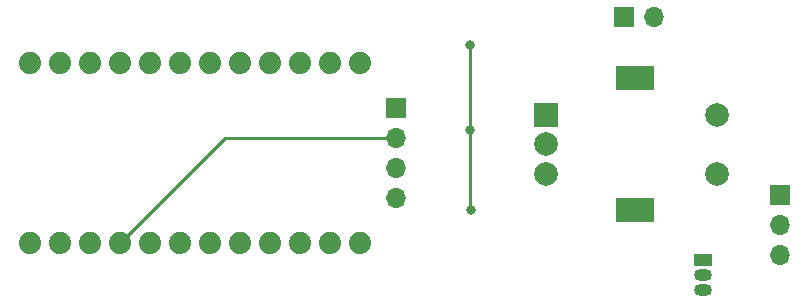
<source format=gbr>
%TF.GenerationSoftware,KiCad,Pcbnew,(6.0.4)*%
%TF.CreationDate,2022-04-25T14:33:06+01:00*%
%TF.ProjectId,CameraIntervalometer,43616d65-7261-4496-9e74-657276616c6f,rev?*%
%TF.SameCoordinates,Original*%
%TF.FileFunction,Copper,L2,Bot*%
%TF.FilePolarity,Positive*%
%FSLAX46Y46*%
G04 Gerber Fmt 4.6, Leading zero omitted, Abs format (unit mm)*
G04 Created by KiCad (PCBNEW (6.0.4)) date 2022-04-25 14:33:06*
%MOMM*%
%LPD*%
G01*
G04 APERTURE LIST*
%TA.AperFunction,ComponentPad*%
%ADD10R,2.000000X2.000000*%
%TD*%
%TA.AperFunction,ComponentPad*%
%ADD11C,2.000000*%
%TD*%
%TA.AperFunction,ComponentPad*%
%ADD12R,3.200000X2.000000*%
%TD*%
%TA.AperFunction,ComponentPad*%
%ADD13R,1.500000X1.050000*%
%TD*%
%TA.AperFunction,ComponentPad*%
%ADD14O,1.500000X1.050000*%
%TD*%
%TA.AperFunction,ComponentPad*%
%ADD15R,1.700000X1.700000*%
%TD*%
%TA.AperFunction,ComponentPad*%
%ADD16O,1.700000X1.700000*%
%TD*%
%TA.AperFunction,ComponentPad*%
%ADD17C,1.879600*%
%TD*%
%TA.AperFunction,ViaPad*%
%ADD18C,0.800000*%
%TD*%
%TA.AperFunction,Conductor*%
%ADD19C,0.250000*%
%TD*%
G04 APERTURE END LIST*
D10*
%TO.P,SW1,A,A*%
%TO.N,Net-(C1-Pad1)*%
X160500000Y-78950000D03*
D11*
%TO.P,SW1,B,B*%
%TO.N,Net-(C2-Pad1)*%
X160500000Y-83950000D03*
%TO.P,SW1,C,C*%
%TO.N,GND*%
X160500000Y-81450000D03*
D12*
%TO.P,SW1,MP*%
%TO.N,N/C*%
X168000000Y-75850000D03*
X168000000Y-87050000D03*
D11*
%TO.P,SW1,S1,S1*%
%TO.N,GND*%
X175000000Y-83950000D03*
%TO.P,SW1,S2,S2*%
%TO.N,Net-(C3-Pad1)*%
X175000000Y-78950000D03*
%TD*%
D13*
%TO.P,Q1,1,C*%
%TO.N,Net-(J1-Pad1)*%
X173800000Y-91230000D03*
D14*
%TO.P,Q1,2,B*%
%TO.N,Net-(Q1-Pad2)*%
X173800000Y-92500000D03*
%TO.P,Q1,3,E*%
%TO.N,GND*%
X173800000Y-93770000D03*
%TD*%
D15*
%TO.P,J1,1,Pin_1*%
%TO.N,Net-(J1-Pad1)*%
X180300000Y-85760000D03*
D16*
%TO.P,J1,2,Pin_2*%
%TO.N,unconnected-(J1-Pad2)*%
X180300000Y-88300000D03*
%TO.P,J1,3,GND*%
%TO.N,GND*%
X180300000Y-90840000D03*
%TD*%
D15*
%TO.P,BT1,1,BAT+*%
%TO.N,Net-(B1-Pad24)*%
X167100000Y-70700000D03*
D16*
%TO.P,BT1,2,BAT-*%
%TO.N,GND*%
X169640000Y-70700000D03*
%TD*%
D15*
%TO.P,U1,1,GND*%
%TO.N,GND*%
X147795000Y-78425000D03*
D16*
%TO.P,U1,2,VCC*%
%TO.N,+5VD*%
X147795000Y-80965000D03*
%TO.P,U1,3,SCL*%
%TO.N,/SCL*%
X147795000Y-83505000D03*
%TO.P,U1,4,SDA*%
%TO.N,/SDA*%
X147795000Y-86045000D03*
%TD*%
D17*
%TO.P,B1,1,TXO*%
%TO.N,Net-(B1-Pad1)*%
X116835000Y-74580000D03*
%TO.P,B1,2,RXI*%
%TO.N,Net-(B1-Pad2)*%
X119375000Y-74580000D03*
%TO.P,B1,3,GND*%
%TO.N,GND*%
X121915000Y-74580000D03*
%TO.P,B1,4,GND*%
X124455000Y-74580000D03*
%TO.P,B1,5,2*%
%TO.N,/SDA*%
X126995000Y-74580000D03*
%TO.P,B1,6,\u002A3*%
%TO.N,/SCL*%
X129535000Y-74580000D03*
%TO.P,B1,7,4*%
%TO.N,unconnected-(B1-Pad7)*%
X132075000Y-74580000D03*
%TO.P,B1,8,\u002A5*%
%TO.N,unconnected-(B1-Pad8)*%
X134615000Y-74580000D03*
%TO.P,B1,9,\u002A6*%
%TO.N,unconnected-(B1-Pad9)*%
X137155000Y-74580000D03*
%TO.P,B1,10,7*%
%TO.N,unconnected-(B1-Pad10)*%
X139695000Y-74580000D03*
%TO.P,B1,11,8*%
%TO.N,unconnected-(B1-Pad11)*%
X142235000Y-74580000D03*
%TO.P,B1,12,\u002A9*%
%TO.N,unconnected-(B1-Pad12)*%
X144775000Y-74580000D03*
%TO.P,B1,13,\u002A10*%
%TO.N,Net-(C3-Pad1)*%
X144775000Y-89820000D03*
%TO.P,B1,14,11(MOSI)*%
%TO.N,unconnected-(B1-Pad14)*%
X142235000Y-89820000D03*
%TO.P,B1,15,12(MISO)*%
%TO.N,Net-(B1-Pad15)*%
X139695000Y-89820000D03*
%TO.P,B1,16,13(SCK)*%
%TO.N,unconnected-(B1-Pad16)*%
X137155000Y-89820000D03*
%TO.P,B1,17,A0*%
%TO.N,unconnected-(B1-Pad17)*%
X134615000Y-89820000D03*
%TO.P,B1,18,A1*%
%TO.N,unconnected-(B1-Pad18)*%
X132075000Y-89820000D03*
%TO.P,B1,19,A2*%
%TO.N,unconnected-(B1-Pad19)*%
X129535000Y-89820000D03*
%TO.P,B1,20,A3*%
%TO.N,unconnected-(B1-Pad20)*%
X126995000Y-89820000D03*
%TO.P,B1,21,VCC*%
%TO.N,+5VD*%
X124455000Y-89820000D03*
%TO.P,B1,22,RESET*%
%TO.N,unconnected-(B1-Pad22)*%
X121915000Y-89820000D03*
%TO.P,B1,23,GND*%
%TO.N,GND*%
X119375000Y-89820000D03*
%TO.P,B1,24,RAW*%
%TO.N,Net-(B1-Pad24)*%
X116835000Y-89820000D03*
%TD*%
D18*
%TO.N,Net-(C2-Pad1)*%
X154100000Y-87050000D03*
X154050000Y-80300000D03*
X154050000Y-73050000D03*
%TD*%
D19*
%TO.N,Net-(C2-Pad1)*%
X154050000Y-80300000D02*
X154050000Y-80350000D01*
%TO.N,+5VD*%
X133310000Y-80965000D02*
X147795000Y-80965000D01*
X124455000Y-89820000D02*
X133310000Y-80965000D01*
%TO.N,Net-(C2-Pad1)*%
X154050000Y-80350000D02*
X154050000Y-86700000D01*
X154050000Y-73050000D02*
X154050000Y-80350000D01*
%TD*%
M02*

</source>
